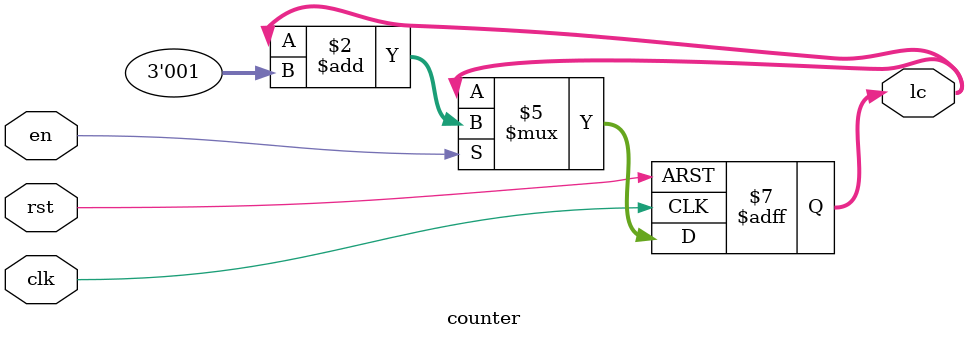
<source format=v>
`timescale 1ns / 1ps


module counter(
	input clk, en, rst, 
	output reg [2:0] lc
    );
initial begin
	lc=3'b000;
end
always@(posedge clk,posedge rst) begin
	if (rst) begin
		lc<=3'b000;
	end else 
	if (en) begin
		lc<=lc+3'b001;
	end else begin
		lc<=lc;
	end

end
endmodule

</source>
